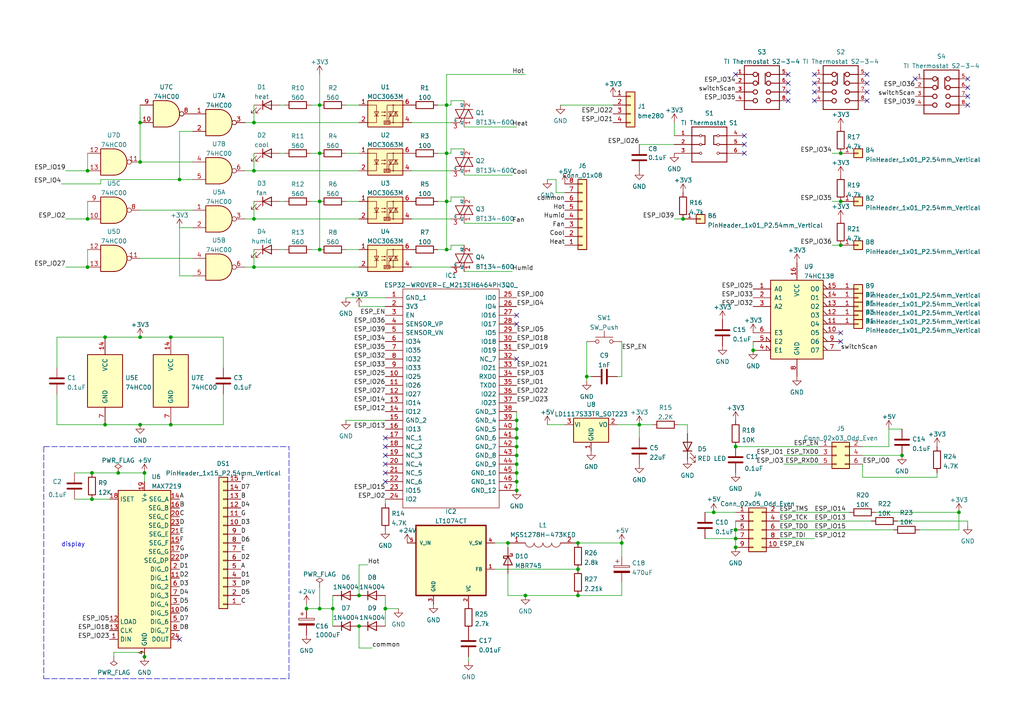
<source format=kicad_sch>
(kicad_sch (version 20211123) (generator eeschema)
  (paper "A4")
  (junction (at 149.86 137.16))
  (junction (at 185.42 123.19))
  (junction (at 213.36 153.67))
  (junction (at 243.84 44.45))
  (junction (at 40.64 97.79))
  (junction (at 26.67 144.78))
  (junction (at 41.91 190.5))
  (junction (at 149.86 134.62))
  (junction (at 167.64 157.48))
  (junction (at 149.86 129.54))
  (junction (at 34.29 137.16))
  (junction (at 149.86 132.08))
  (junction (at 243.84 71.12))
  (junction (at 52.07 52.07))
  (junction (at 198.12 63.5))
  (junction (at 129.54 44.45))
  (junction (at 92.71 30.48))
  (junction (at 49.53 123.19))
  (junction (at 180.34 157.48))
  (junction (at 49.53 97.79))
  (junction (at 149.86 124.46))
  (junction (at 149.86 121.92))
  (junction (at 129.54 30.48))
  (junction (at 25.4 49.53))
  (junction (at 170.18 109.22))
  (junction (at 92.71 176.53))
  (junction (at 73.66 63.5))
  (junction (at 26.67 137.16))
  (junction (at 25.4 63.5))
  (junction (at 104.14 181.61))
  (junction (at 73.66 35.56))
  (junction (at 73.66 77.47))
  (junction (at 149.86 139.7))
  (junction (at 104.14 172.72))
  (junction (at 40.64 123.19))
  (junction (at 30.48 123.19))
  (junction (at 243.84 58.42))
  (junction (at 213.36 156.21))
  (junction (at 40.64 46.99))
  (junction (at 92.71 58.42))
  (junction (at 73.66 49.53))
  (junction (at 92.71 72.39))
  (junction (at 88.9 176.53))
  (junction (at 92.71 44.45))
  (junction (at 30.48 97.79))
  (junction (at 278.13 148.59))
  (junction (at 167.64 165.1))
  (junction (at 218.44 101.6))
  (junction (at 261.62 132.08))
  (junction (at 149.86 142.24))
  (junction (at 96.52 176.53))
  (junction (at 111.76 176.53))
  (junction (at 207.01 148.59))
  (junction (at 213.36 129.54))
  (junction (at 213.36 158.75))
  (junction (at 152.4 172.72))
  (junction (at 167.64 172.72))
  (junction (at 147.32 157.48))
  (junction (at 41.91 137.16))
  (junction (at 129.54 72.39))
  (junction (at 40.64 35.56))
  (junction (at 25.4 77.47))
  (junction (at 149.86 127))
  (junction (at 129.54 58.42))
  (no_connect (at 243.84 99.06))
  (no_connect (at 52.07 185.42))
  (no_connect (at 111.76 134.62))
  (no_connect (at 149.86 91.44))
  (no_connect (at 149.86 93.98))
  (no_connect (at 243.84 96.52))
  (no_connect (at 111.76 137.16))
  (no_connect (at 280.67 27.94))
  (no_connect (at 280.67 30.48))
  (no_connect (at 111.76 129.54))
  (no_connect (at 215.9 39.37))
  (no_connect (at 215.9 41.91))
  (no_connect (at 215.9 44.45))
  (no_connect (at 265.43 22.86))
  (no_connect (at 280.67 22.86))
  (no_connect (at 280.67 25.4))
  (no_connect (at 236.22 29.21))
  (no_connect (at 228.6 29.21))
  (no_connect (at 251.46 24.13))
  (no_connect (at 251.46 26.67))
  (no_connect (at 251.46 29.21))
  (no_connect (at 251.46 21.59))
  (no_connect (at 236.22 21.59))
  (no_connect (at 236.22 26.67))
  (no_connect (at 236.22 24.13))
  (no_connect (at 228.6 24.13))
  (no_connect (at 228.6 21.59))
  (no_connect (at 228.6 26.67))
  (no_connect (at 213.36 21.59))
  (no_connect (at 111.76 127))
  (no_connect (at 111.76 132.08))
  (no_connect (at 111.76 139.7))
  (no_connect (at 149.86 104.14))
  (polyline (pts (xy 12.7 129.54) (xy 12.7 196.85)))
  (wire (pts (xy 161.29 55.88) (xy 161.29 52.07)))
  (wire (pts (xy 158.75 123.19) (xy 163.83 123.19)))
  (wire (pts (xy 92.71 58.42) (xy 92.71 72.39)))
  (wire (pts (xy 16.51 106.68) (xy 16.51 97.79)))
  (wire (pts (xy 227.33 132.08) (xy 237.49 132.08)))
  (wire (pts (xy 40.64 30.48) (xy 40.64 35.56)))
  (wire (pts (xy 170.18 109.22) (xy 170.18 110.49)))
  (wire (pts (xy 52.07 80.01) (xy 55.88 80.01)))
  (wire (pts (xy 40.64 123.19) (xy 49.53 123.19)))
  (wire (pts (xy 104.14 181.61) (xy 104.14 187.96)))
  (wire (pts (xy 257.81 124.46) (xy 261.62 124.46)))
  (wire (pts (xy 167.64 157.48) (xy 180.34 157.48)))
  (wire (pts (xy 213.36 153.67) (xy 213.36 156.21)))
  (wire (pts (xy 100.33 44.45) (xy 104.14 44.45)))
  (wire (pts (xy 130.81 44.45) (xy 130.81 43.18)))
  (wire (pts (xy 207.01 148.59) (xy 213.36 148.59)))
  (wire (pts (xy 73.66 77.47) (xy 104.14 77.47)))
  (wire (pts (xy 104.14 163.83) (xy 106.68 163.83)))
  (wire (pts (xy 129.54 30.48) (xy 129.54 21.59)))
  (wire (pts (xy 25.4 58.42) (xy 25.4 63.5)))
  (wire (pts (xy 149.86 137.16) (xy 149.86 139.7)))
  (wire (pts (xy 40.64 97.79) (xy 49.53 97.79)))
  (wire (pts (xy 92.71 44.45) (xy 92.71 58.42)))
  (wire (pts (xy 19.05 77.47) (xy 25.4 77.47)))
  (wire (pts (xy 100.33 86.36) (xy 111.76 86.36)))
  (wire (pts (xy 81.28 72.39) (xy 82.55 72.39)))
  (wire (pts (xy 179.07 109.22) (xy 180.34 109.22)))
  (wire (pts (xy 52.07 66.04) (xy 52.07 80.01)))
  (wire (pts (xy 41.91 189.23) (xy 33.02 189.23)))
  (wire (pts (xy 226.06 153.67) (xy 259.08 153.67)))
  (wire (pts (xy 40.64 35.56) (xy 40.64 46.99)))
  (wire (pts (xy 73.66 30.48) (xy 73.66 35.56)))
  (wire (pts (xy 104.14 187.96) (xy 107.95 187.96)))
  (wire (pts (xy 130.81 71.12) (xy 134.62 71.12)))
  (wire (pts (xy 185.42 123.19) (xy 185.42 127)))
  (wire (pts (xy 73.66 35.56) (xy 104.14 35.56)))
  (wire (pts (xy 134.62 36.83) (xy 149.86 36.83)))
  (wire (pts (xy 64.77 114.3) (xy 64.77 123.19)))
  (wire (pts (xy 260.35 151.13) (xy 280.67 151.13)))
  (wire (pts (xy 185.42 41.91) (xy 195.58 41.91)))
  (wire (pts (xy 19.05 63.5) (xy 25.4 63.5)))
  (wire (pts (xy 96.52 172.72) (xy 96.52 176.53)))
  (wire (pts (xy 104.14 172.72) (xy 104.14 163.83)))
  (wire (pts (xy 71.12 49.53) (xy 73.66 49.53)))
  (wire (pts (xy 92.71 170.18) (xy 92.71 176.53)))
  (wire (pts (xy 119.38 49.53) (xy 130.81 49.53)))
  (wire (pts (xy 271.78 138.43) (xy 271.78 137.16)))
  (wire (pts (xy 104.14 88.9) (xy 111.76 88.9)))
  (wire (pts (xy 127 44.45) (xy 129.54 44.45)))
  (wire (pts (xy 149.86 127) (xy 149.86 129.54)))
  (wire (pts (xy 204.47 148.59) (xy 207.01 148.59)))
  (wire (pts (xy 180.34 99.06) (xy 180.34 109.22)))
  (wire (pts (xy 129.54 44.45) (xy 129.54 58.42)))
  (wire (pts (xy 204.47 156.21) (xy 213.36 156.21)))
  (wire (pts (xy 227.33 134.62) (xy 237.49 134.62)))
  (wire (pts (xy 241.3 44.45) (xy 243.84 44.45)))
  (wire (pts (xy 30.48 123.19) (xy 16.51 123.19)))
  (wire (pts (xy 226.06 156.21) (xy 236.22 156.21)))
  (wire (pts (xy 34.29 137.16) (xy 26.67 137.16)))
  (wire (pts (xy 129.54 58.42) (xy 129.54 72.39)))
  (wire (pts (xy 119.38 63.5) (xy 130.81 63.5)))
  (wire (pts (xy 41.91 189.23) (xy 41.91 190.5)))
  (wire (pts (xy 71.12 35.56) (xy 73.66 35.56)))
  (wire (pts (xy 129.54 58.42) (xy 130.81 58.42)))
  (wire (pts (xy 52.07 52.07) (xy 55.88 52.07)))
  (wire (pts (xy 134.62 64.77) (xy 148.59 64.77)))
  (wire (pts (xy 88.9 176.53) (xy 92.71 176.53)))
  (wire (pts (xy 134.62 78.74) (xy 148.59 78.74)))
  (wire (pts (xy 30.48 97.79) (xy 40.64 97.79)))
  (wire (pts (xy 149.86 124.46) (xy 149.86 127)))
  (wire (pts (xy 266.7 153.67) (xy 278.13 153.67)))
  (wire (pts (xy 129.54 21.59) (xy 152.4 21.59)))
  (wire (pts (xy 73.66 49.53) (xy 104.14 49.53)))
  (wire (pts (xy 147.32 157.48) (xy 147.32 158.75)))
  (wire (pts (xy 143.51 165.1) (xy 167.64 165.1)))
  (wire (pts (xy 195.58 63.5) (xy 198.12 63.5)))
  (wire (pts (xy 81.28 44.45) (xy 82.55 44.45)))
  (wire (pts (xy 180.34 157.48) (xy 180.34 161.29)))
  (polyline (pts (xy 83.82 196.85) (xy 83.82 129.54)))
  (wire (pts (xy 149.86 129.54) (xy 149.86 132.08)))
  (wire (pts (xy 55.88 38.1) (xy 52.07 38.1)))
  (wire (pts (xy 130.81 29.21) (xy 134.62 29.21)))
  (wire (pts (xy 226.06 151.13) (xy 252.73 151.13)))
  (polyline (pts (xy 12.7 129.54) (xy 83.82 129.54)))
  (wire (pts (xy 100.33 58.42) (xy 104.14 58.42)))
  (wire (pts (xy 250.19 134.62) (xy 250.19 138.43)))
  (wire (pts (xy 129.54 72.39) (xy 130.81 72.39)))
  (wire (pts (xy 143.51 157.48) (xy 147.32 157.48)))
  (wire (pts (xy 149.86 132.08) (xy 149.86 134.62)))
  (wire (pts (xy 129.54 30.48) (xy 129.54 44.45)))
  (wire (pts (xy 130.81 58.42) (xy 130.81 57.15)))
  (wire (pts (xy 213.36 156.21) (xy 213.36 158.75)))
  (wire (pts (xy 111.76 172.72) (xy 111.76 176.53)))
  (wire (pts (xy 241.3 58.42) (xy 243.84 58.42)))
  (wire (pts (xy 195.58 35.56) (xy 195.58 39.37)))
  (wire (pts (xy 25.4 44.45) (xy 25.4 49.53)))
  (wire (pts (xy 147.32 166.37) (xy 147.32 172.72)))
  (wire (pts (xy 71.12 63.5) (xy 73.66 63.5)))
  (wire (pts (xy 135.89 190.5) (xy 135.89 191.77)))
  (wire (pts (xy 29.21 53.34) (xy 29.21 52.07)))
  (wire (pts (xy 149.86 121.92) (xy 149.86 124.46)))
  (wire (pts (xy 199.39 123.19) (xy 196.85 123.19)))
  (wire (pts (xy 127 30.48) (xy 129.54 30.48)))
  (wire (pts (xy 90.17 58.42) (xy 92.71 58.42)))
  (wire (pts (xy 189.23 123.19) (xy 185.42 123.19)))
  (wire (pts (xy 127 58.42) (xy 129.54 58.42)))
  (wire (pts (xy 127 72.39) (xy 129.54 72.39)))
  (wire (pts (xy 30.48 123.19) (xy 40.64 123.19)))
  (wire (pts (xy 49.53 97.79) (xy 64.77 97.79)))
  (wire (pts (xy 16.51 123.19) (xy 16.51 114.3)))
  (wire (pts (xy 73.66 72.39) (xy 73.66 77.47)))
  (wire (pts (xy 73.66 58.42) (xy 73.66 63.5)))
  (wire (pts (xy 81.28 58.42) (xy 82.55 58.42)))
  (wire (pts (xy 129.54 30.48) (xy 130.81 30.48)))
  (wire (pts (xy 100.33 30.48) (xy 104.14 30.48)))
  (wire (pts (xy 278.13 148.59) (xy 278.13 153.67)))
  (wire (pts (xy 129.54 44.45) (xy 130.81 44.45)))
  (polyline (pts (xy 12.7 196.85) (xy 83.82 196.85)))
  (wire (pts (xy 55.88 46.99) (xy 40.64 46.99)))
  (wire (pts (xy 170.18 99.06) (xy 170.18 109.22)))
  (wire (pts (xy 254 148.59) (xy 278.13 148.59)))
  (wire (pts (xy 16.51 97.79) (xy 30.48 97.79)))
  (wire (pts (xy 119.38 77.47) (xy 130.81 77.47)))
  (wire (pts (xy 199.39 125.73) (xy 199.39 123.19)))
  (wire (pts (xy 161.29 55.88) (xy 163.83 55.88)))
  (wire (pts (xy 213.36 151.13) (xy 213.36 153.67)))
  (wire (pts (xy 90.17 30.48) (xy 92.71 30.48)))
  (wire (pts (xy 226.06 148.59) (xy 246.38 148.59)))
  (wire (pts (xy 81.28 30.48) (xy 82.55 30.48)))
  (wire (pts (xy 100.33 72.39) (xy 104.14 72.39)))
  (wire (pts (xy 130.81 30.48) (xy 130.81 29.21)))
  (wire (pts (xy 73.66 63.5) (xy 104.14 63.5)))
  (wire (pts (xy 257.81 129.54) (xy 257.81 124.46)))
  (wire (pts (xy 100.33 121.92) (xy 111.76 121.92)))
  (wire (pts (xy 218.44 99.06) (xy 218.44 101.6)))
  (wire (pts (xy 111.76 144.78) (xy 111.76 146.05)))
  (wire (pts (xy 52.07 38.1) (xy 52.07 52.07)))
  (wire (pts (xy 21.59 137.16) (xy 26.67 137.16)))
  (wire (pts (xy 19.05 49.53) (xy 25.4 49.53)))
  (wire (pts (xy 130.81 72.39) (xy 130.81 71.12)))
  (wire (pts (xy 64.77 123.19) (xy 49.53 123.19)))
  (wire (pts (xy 179.07 123.19) (xy 185.42 123.19)))
  (wire (pts (xy 64.77 97.79) (xy 64.77 106.68)))
  (wire (pts (xy 180.34 172.72) (xy 167.64 172.72)))
  (wire (pts (xy 41.91 139.7) (xy 41.91 137.16)))
  (wire (pts (xy 92.71 21.59) (xy 92.71 30.48)))
  (wire (pts (xy 134.62 50.8) (xy 148.59 50.8)))
  (wire (pts (xy 147.32 172.72) (xy 152.4 172.72)))
  (wire (pts (xy 26.67 144.78) (xy 31.75 144.78)))
  (wire (pts (xy 162.56 30.48) (xy 177.8 30.48)))
  (wire (pts (xy 17.78 53.34) (xy 29.21 53.34)))
  (wire (pts (xy 130.81 43.18) (xy 134.62 43.18)))
  (wire (pts (xy 21.59 144.78) (xy 26.67 144.78)))
  (wire (pts (xy 149.86 134.62) (xy 149.86 137.16)))
  (wire (pts (xy 40.64 60.96) (xy 55.88 60.96)))
  (wire (pts (xy 111.76 176.53) (xy 111.76 181.61)))
  (wire (pts (xy 88.9 175.26) (xy 88.9 176.53)))
  (wire (pts (xy 111.76 176.53) (xy 115.57 176.53)))
  (wire (pts (xy 71.12 77.47) (xy 73.66 77.47)))
  (wire (pts (xy 250.19 132.08) (xy 261.62 132.08)))
  (wire (pts (xy 52.07 66.04) (xy 55.88 66.04)))
  (wire (pts (xy 152.4 172.72) (xy 167.64 172.72)))
  (wire (pts (xy 250.19 138.43) (xy 271.78 138.43)))
  (wire (pts (xy 149.86 139.7) (xy 149.86 142.24)))
  (wire (pts (xy 92.71 30.48) (xy 92.71 44.45)))
  (wire (pts (xy 25.4 72.39) (xy 25.4 77.47)))
  (wire (pts (xy 73.66 44.45) (xy 73.66 49.53)))
  (wire (pts (xy 241.3 71.12) (xy 243.84 71.12)))
  (wire (pts (xy 149.86 119.38) (xy 149.86 121.92)))
  (wire (pts (xy 180.34 168.91) (xy 180.34 172.72)))
  (wire (pts (xy 280.67 151.13) (xy 280.67 152.4)))
  (wire (pts (xy 170.18 109.22) (xy 171.45 109.22)))
  (wire (pts (xy 119.38 35.56) (xy 130.81 35.56)))
  (wire (pts (xy 33.02 189.23) (xy 33.02 190.5)))
  (wire (pts (xy 90.17 44.45) (xy 92.71 44.45)))
  (wire (pts (xy 92.71 176.53) (xy 96.52 176.53)))
  (wire (pts (xy 40.64 74.93) (xy 55.88 74.93)))
  (wire (pts (xy 250.19 129.54) (xy 257.81 129.54)))
  (wire (pts (xy 29.21 52.07) (xy 52.07 52.07)))
  (wire (pts (xy 161.29 52.07) (xy 158.75 52.07)))
  (wire (pts (xy 213.36 129.54) (xy 237.49 129.54)))
  (wire (pts (xy 90.17 72.39) (xy 92.71 72.39)))
  (wire (pts (xy 96.52 176.53) (xy 96.52 181.61)))
  (wire (pts (xy 130.81 57.15) (xy 134.62 57.15)))
  (wire (pts (xy 41.91 137.16) (xy 34.29 137.16)))
  (text "display" (at 17.78 158.75 0) (effects (font (size 1.27 1.27)) (justify left bottom)))
  (label "D6" (at 52.07 177.8 0))
  (label "D5" (at 52.07 175.26 0))
  (label "ESP_IO21" (at 177.8 35.56 180))
  (label "ESP_IO25" (at 218.44 83.82 180))
  (label "Heat" (at 148.59 36.83 0))
  (label "A" (at 69.85 165.1 0))
  (label "ESP_IO3" (at 149.86 109.22 0))
  (label "D1" (at 69.85 167.64 0))
  (label "ESP_IO15" (at 111.76 142.24 180))
  (label "G" (at 69.85 149.86 0))
  (label "ESP_IO14" (at 236.22 148.59 0))
  (label "ESP_IO5" (at 31.75 180.34 180))
  (label "ESP_TMS" (at 226.06 148.59 0))
  (label "D2" (at 69.85 162.56 0))
  (label "F" (at 69.85 139.7 0))
  (label "Cool" (at 148.59 50.8 0))
  (label "Fan" (at 148.59 64.77 0))
  (label "ESP_IO39" (at 195.58 63.5 180))
  (label "D2" (at 52.07 167.64 0))
  (label "ESP_EN" (at 237.49 129.54 180))
  (label "ESP_TDI" (at 226.06 156.21 0))
  (label "D1" (at 52.07 165.1 0))
  (label "ESP_IO1" (at 227.33 132.08 180))
  (label "ESP_IO19" (at 149.86 101.6 0))
  (label "ESP_IO13" (at 111.76 124.46 180))
  (label "D7" (at 52.07 180.34 0))
  (label "ESP_IO23" (at 31.75 185.42 180))
  (label "ESP_EN" (at 180.34 101.6 0))
  (label "ESP_IO36" (at 241.3 71.12 180))
  (label "ESP_IO39" (at 265.43 30.48 180))
  (label "ESP_IO3" (at 227.33 134.62 180))
  (label "switchScan" (at 213.36 26.67 180))
  (label "D" (at 52.07 152.4 0))
  (label "ESP_TCK" (at 226.06 151.13 0))
  (label "ESP_RXD0" (at 237.49 134.62 180))
  (label "ESP_IO25" (at 111.76 109.22 180))
  (label "ESP_IO0" (at 250.19 134.62 0))
  (label "common" (at 163.83 58.42 180))
  (label "B" (at 69.85 144.78 0))
  (label "E" (at 69.85 160.02 0))
  (label "Hot" (at 163.83 60.96 180))
  (label "ESP_IO4" (at 149.86 88.9 0))
  (label "ESP_IO36" (at 265.43 25.4 180))
  (label "C" (at 69.85 175.26 0))
  (label "ESP_IO35" (at 241.3 58.42 180))
  (label "D8" (at 52.07 182.88 0))
  (label "D4" (at 52.07 172.72 0))
  (label "ESP_IO1" (at 149.86 111.76 0))
  (label "ESP_IO18" (at 31.75 182.88 180))
  (label "ESP_IO32" (at 111.76 104.14 180))
  (label "ESP_IO4" (at 17.78 53.34 180))
  (label "Cool" (at 163.83 68.58 180))
  (label "DP" (at 69.85 170.18 0))
  (label "ESP_IO2" (at 19.05 63.5 180))
  (label "D6" (at 69.85 157.48 0))
  (label "D4" (at 69.85 147.32 0))
  (label "G" (at 52.07 160.02 0))
  (label "ESP_IO19" (at 19.05 49.53 180))
  (label "switchScan" (at 243.84 101.6 0))
  (label "D3" (at 69.85 152.4 0))
  (label "ESP_IO22" (at 149.86 114.3 0))
  (label "ESP_IO35" (at 111.76 101.6 180))
  (label "F" (at 52.07 157.48 0))
  (label "ESP_IO39" (at 111.76 96.52 180))
  (label "E" (at 52.07 154.94 0))
  (label "ESP_IO36" (at 111.76 93.98 180))
  (label "ESP_IO23" (at 149.86 116.84 0))
  (label "ESP_IO27" (at 111.76 114.3 180))
  (label "ESP_IO18" (at 149.86 99.06 0))
  (label "Hot" (at 106.68 163.83 0))
  (label "ESP_IO12" (at 111.76 119.38 180))
  (label "ESP_IO2" (at 111.76 144.78 180))
  (label "ESP_IO12" (at 236.22 156.21 0))
  (label "Hot" (at 148.59 21.59 0))
  (label "ESP_IO15" (at 236.22 153.67 0))
  (label "B" (at 52.07 147.32 0))
  (label "ESP_IO34" (at 111.76 99.06 180))
  (label "ESP_TDO" (at 226.06 153.67 0))
  (label "ESP_IO26" (at 185.42 41.91 180))
  (label "common" (at 107.95 187.96 0))
  (label "D5" (at 69.85 172.72 0))
  (label "ESP_IO5" (at 149.86 96.52 0))
  (label "ESP_IO0" (at 149.86 86.36 0))
  (label "ESP_IO14" (at 111.76 116.84 180))
  (label "Heat" (at 163.83 71.12 180))
  (label "switchScan" (at 265.43 27.94 180))
  (label "ESP_IO33" (at 218.44 86.36 180))
  (label "ESP_IO34" (at 241.3 44.45 180))
  (label "ESP_IO21" (at 149.86 106.68 0))
  (label "ESP_TXD0" (at 237.49 132.08 180))
  (label "A" (at 52.07 144.78 0))
  (label "DP" (at 52.07 162.56 0))
  (label "ESP_IO13" (at 236.22 151.13 0))
  (label "D7" (at 69.85 142.24 0))
  (label "ESP_IO35" (at 213.36 29.21 180))
  (label "ESP_IO33" (at 111.76 106.68 180))
  (label "ESP_IO34" (at 213.36 24.13 180))
  (label "Humid" (at 163.83 63.5 180))
  (label "ESP_IO26" (at 111.76 111.76 180))
  (label "Humid" (at 148.59 78.74 0))
  (label "ESP_IO27" (at 19.05 77.47 180))
  (label "D3" (at 52.07 170.18 0))
  (label "ESP_EN" (at 226.06 158.75 0))
  (label "C" (at 52.07 149.86 0))
  (label "ESP_IO22" (at 177.8 33.02 180))
  (label "D" (at 69.85 154.94 0))
  (label "ESP_IO32" (at 218.44 88.9 180))
  (label "Fan" (at 163.83 66.04 180))
  (label "ESP_EN" (at 111.76 91.44 180))
  (symbol (lib_id "Switch:SW_Push") (at 175.26 99.06 0) (unit 1)
    (property "Reference" "SW1" (at 175.26 92.1725 0))
    (property "Value" "SW_Push" (at 175.26 94.9476 0))
    (property "Footprint" "Button_Switch_THT:SW_Tactile_SPST_Angled_PTS645Vx39-2LFS" (effects hide))
  )
  (symbol (lib_id "Diode:MBR745") (at 147.32 162.56 270) (unit 1)
    (property "Reference" "D10" (at 149.352 161.334 90) (effects (justify left)))
    (property "Value" "MBR745" (at 149.352 164.1091 90) (effects (justify left)))
    (property "Footprint" "Package_TO_SOT_THT:TO-220-2_Horizontal_TabUp" (effects hide))
    (property "Datasheet" "http://www.onsemi.com/pub_link/Collateral/MBR735-D.PDF" (effects hide))
  )
  (symbol (lib_id "power:GND") (at 171.45 130.81 0) (unit 1)
    (property "Reference" "#PWR0103" (effects hide))
    (property "Value" "GND" (at 171.45 135.3725 0))
  )
  (symbol (lib_id "Device:R") (at 243.84 54.61 0) (unit 1)
    (property "Reference" "R19" (at 245.618 53.7015 0) (effects (justify left)))
    (property "Value" "4.7k" (at 245.618 56.4766 0) (effects (justify left)))
    (property "Footprint" "Resistor_SMD:R_0603_1608Metric" (effects hide))
  )
  (symbol (lib_id "power:GND") (at 185.42 134.62 0) (unit 1)
    (property "Reference" "#PWR0102" (effects hide))
    (property "Value" "GND" (at 185.42 139.1825 0))
  )
  (symbol (lib_id "Device:R") (at 243.84 40.64 0) (unit 1)
    (property "Reference" "R17" (at 245.618 39.7315 0) (effects (justify left)))
    (property "Value" "4.7k" (at 245.618 42.5066 0) (effects (justify left)))
    (property "Footprint" "Resistor_SMD:R_0603_1608Metric" (effects hide))
  )
  (symbol (lib_id "power:GND") (at 111.76 153.67 0) (unit 1)
    (property "Reference" "#PWR0110" (effects hide))
    (property "Value" "GND" (at 111.76 158.2325 0))
  )
  (symbol (lib_id "Device:R") (at 86.36 30.48 90) (unit 1)
    (property "Reference" "R10" (at 86.36 25.4975 90))
    (property "Value" "560" (at 86.36 28.2726 90))
    (property "Footprint" "Resistor_SMD:R_0603_1608Metric" (effects hide))
  )
  (symbol (lib_id "Device:C_Polarized") (at 180.34 165.1 0) (unit 1)
    (property "Reference" "C18" (at 183.261 163.3025 0) (effects (justify left)))
    (property "Value" "470uF" (at 183.261 166.0776 0) (effects (justify left)))
    (property "Footprint" "Capacitor_THT:CP_Radial_D7.5mm_P2.50mm" (effects hide))
  )
  (symbol (lib_id "power:+3.3V") (at 243.84 50.8 0) (unit 1)
    (property "Reference" "#PWR0149" (effects hide))
    (property "Value" "+3.3V" (at 243.84 47.1955 0))
  )
  (symbol (lib_id "power:GND") (at 231.14 109.22 0) (unit 1)
    (property "Reference" "#PWR0131" (effects hide))
    (property "Value" "GND" (at 231.14 113.7825 0))
  )
  (symbol (lib_id "74xx:74HC00") (at 63.5 35.56 0) (unit 1)
    (property "Reference" "U7" (at 63.5 27.7835 0))
    (property "Value" "74HC00" (at 63.5 30.5586 0))
    (property "Footprint" "Package_SO:SOIC-14_3.9x8.7mm_P1.27mm" (effects hide))
    (property "Datasheet" "http://www.ti.com/lit/gpn/sn74hc00" (effects hide))
  )
  (symbol (lib_id "Evan's misc parts:Thermostat S1") (at 205.74 41.91 0) (unit 1)
    (property "Reference" "S1" (at 205.74 32.8635 0))
    (property "Value" "TI Thermostat S1" (at 205.74 35.6386 0))
    (property "Footprint" "Evan's misc parts:TI Thermostat S1" (effects hide))
    (property "Comment" "Thermostat S1" (effects hide))
  )
  (symbol (lib_id "power:+3.3V") (at 209.55 92.71 0) (unit 1)
    (property "Reference" "#PWR0137" (effects hide))
    (property "Value" "+3.3V" (at 209.55 89.1055 0))
  )
  (symbol (lib_id "Evan's misc parts:BT134-600") (at 134.62 60.96 0) (unit 1)
    (property "Reference" "Q3" (at 137.8966 60.6357 0) (effects (justify left)))
    (property "Value" "BT134-600" (at 137.8966 63.4108 0) (effects (justify left)))
    (property "Footprint" "Package_TO_SOT_THT:TO-126-3_Horizontal_TabDown" (effects hide))
    (property "Datasheet" "https://www.mouser.com/datasheet/2/302/BT134_SERIES_1-79951.pdf" (effects hide))
  )
  (symbol (lib_id "power:+5V") (at 163.83 53.34 0) (unit 1)
    (property "Reference" "#PWR0109" (effects hide))
    (property "Value" "+5V" (at 163.83 49.7355 0))
  )
  (symbol (lib_id "Device:R") (at 256.54 151.13 90) (unit 1)
    (property "Reference" "R22" (at 256.54 146.1475 90))
    (property "Value" "10K" (at 256.54 148.9226 90))
    (property "Footprint" "Resistor_SMD:R_0603_1608Metric" (effects hide))
  )
  (symbol (lib_id "power:+3.3V") (at 195.58 35.56 0) (unit 1)
    (property "Reference" "#PWR0125" (effects hide))
    (property "Value" "+3.3V" (at 195.58 31.9555 0))
  )
  (symbol (lib_id "power:+3.3V") (at 271.78 129.54 0) (unit 1)
    (property "Reference" "#PWR0121" (effects hide))
    (property "Value" "+3.3V" (at 271.78 125.9355 0))
  )
  (symbol (lib_id "power:GND") (at 162.56 30.48 0) (unit 1)
    (property "Reference" "#PWR0118" (effects hide))
    (property "Value" "GND" (at 162.56 35.0425 0))
  )
  (symbol (lib_id "power:GND") (at 41.91 190.5 0) (unit 1)
    (property "Reference" "#PWR0101" (effects hide))
    (property "Value" "GND" (at 41.91 195.0625 0))
  )
  (symbol (lib_id "Device:R") (at 86.36 72.39 90) (unit 1)
    (property "Reference" "R13" (at 86.36 67.4075 90))
    (property "Value" "560" (at 86.36 70.1826 90))
    (property "Footprint" "Resistor_SMD:R_0603_1608Metric" (effects hide))
  )
  (symbol (lib_id "Device:C") (at 64.77 110.49 0) (unit 1)
    (property "Reference" "C3" (at 67.691 109.5815 0) (effects (justify left)))
    (property "Value" "0.1uF" (at 67.691 112.3566 0) (effects (justify left)))
    (property "Footprint" "Capacitor_SMD:C_0603_1608Metric" (effects hide))
  )
  (symbol (lib_id "Relay_SolidState:MOC3063M") (at 111.76 46.99 0) (unit 1)
    (property "Reference" "U2" (at 111.76 39.2135 0))
    (property "Value" "MOC3063M" (at 111.76 41.9886 0))
    (property "Footprint" "Package_DIP:DIP-6_W7.62mm" (effects hide))
    (property "Datasheet" "https://www.onsemi.com/pub/Collateral/MOC3163M-D.pdf" (effects hide))
  )
  (symbol (lib_id "Device:C") (at 16.51 110.49 0) (unit 1)
    (property "Reference" "C1" (at 19.431 109.5815 0) (effects (justify left)))
    (property "Value" "0.1uF" (at 19.431 112.3566 0) (effects (justify left)))
    (property "Footprint" "Capacitor_SMD:C_0603_1608Metric" (effects hide))
  )
  (symbol (lib_id "Device:C") (at 21.59 140.97 0) (unit 1)
    (property "Reference" "C2" (at 15.24 139.7 0) (effects (justify left)))
    (property "Value" "0.1uF" (at 13.97 143.51 0) (effects (justify left)))
    (property "Footprint" "Capacitor_SMD:C_0603_1608Metric" (effects hide))
  )
  (symbol (lib_id "74xx:74HC00") (at 33.02 46.99 0) (unit 4)
    (property "Reference" "U7" (at 33.02 39.2135 0))
    (property "Value" "74HC00" (at 33.02 41.9886 0))
    (property "Footprint" "Package_SO:SOIC-14_3.9x8.7mm_P1.27mm" (effects hide))
    (property "Datasheet" "http://www.ti.com/lit/gpn/sn74hc00" (effects hide))
  )
  (symbol (lib_id "power:GND") (at 209.55 100.33 0) (unit 1)
    (property "Reference" "#PWR0138" (effects hide))
    (property "Value" "GND" (at 209.55 104.8925 0))
  )
  (symbol (lib_id "74xx:74HC00") (at 63.5 77.47 0) (unit 2)
    (property "Reference" "U5" (at 63.5 69.6935 0))
    (property "Value" "74HC00" (at 63.5 72.4686 0))
    (property "Footprint" "Package_SO:SOIC-14_3.9x8.7mm_P1.27mm" (effects hide))
    (property "Datasheet" "http://www.ti.com/lit/gpn/sn74hc00" (effects hide))
  )
  (symbol (lib_id "Connector_Generic:Conn_01x01") (at 203.2 63.5 0) (unit 1)
    (property "Reference" "B6" (at 205.232 62.5915 0) (effects (justify left)))
    (property "Value" "PinHeader_1x01_P2.54mm_Vertical" (at 205.232 65.3666 0) (effects (justify left)))
    (property "Footprint" "Connector_PinHeader_2.54mm:PinHeader_1x01_P2.54mm_Vertical" (effects hide))
  )
  (symbol (lib_id "power:+3.3V") (at 92.71 21.59 0) (unit 1)
    (property "Reference" "#PWR0136" (effects hide))
    (property "Value" "+3.3V" (at 92.71 17.9855 0))
  )
  (symbol (lib_id "power:+3.3V") (at 213.36 121.92 0) (unit 1)
    (property "Reference" "#PWR0108" (effects hide))
    (property "Value" "+3.3V" (at 213.36 118.3155 0))
  )
  (symbol (lib_id "Device:R") (at 111.76 149.86 180) (unit 1)
    (property "Reference" "R14" (at 113.538 148.9515 0) (effects (justify right)))
    (property "Value" "4.7K" (at 113.538 151.7266 0) (effects (justify right)))
    (property "Footprint" "Resistor_SMD:R_0603_1608Metric" (effects hide))
  )
  (symbol (lib_id "74xx:74HC00") (at 30.48 110.49 0) (unit 5)
    (property "Reference" "U5" (at 36.322 109.5815 0) (effects (justify left)))
    (property "Value" "74HC00" (at 36.322 112.3566 0) (effects (justify left)))
    (property "Footprint" "Package_SO:SOIC-14_3.9x8.7mm_P1.27mm" (effects hide))
    (property "Datasheet" "http://www.ti.com/lit/gpn/sn74hc00" (effects hide))
  )
  (symbol (lib_id "mouser:MSS1278H-473KED") (at 147.32 157.48 0) (unit 1)
    (property "Reference" "L1" (at 157.48 152.3441 0))
    (property "Value" "MSS1278H-473KED" (at 157.48 155.1192 0))
    (property "Footprint" "Evan's misc parts:INDPM120120X805N" (effects hide))
    (property "Datasheet" "https://www.coilcraft.com/getmedia/72ffd561-3941-457d-b0e7-bb55b1b2d1a7/MSS1278H.pdf" (effects hide))
    (property "Description" "Fixed Inductors 47uH Shld 3.2A 10% DCR=57mOhms AEC-Q200" (effects hide))
    (property "Height" "8.05" (effects hide))
    (property "Mouser Part Number" "994-MSS1278H-473KED" (effects hide))
    (property "Mouser Price/Stock" "https://www.mouser.co.uk/ProductDetail/Coilcraft/MSS1278H-473KED?qs=KUoIvG%2F9IlZWGwb55pbQsQ%3D%3D" (effects hide))
    (property "Manufacturer_Name" "COILCRAFT" (effects hide))
    (property "Manufacturer_Part_Number" "MSS1278H-473KED" (effects hide))
  )
  (symbol (lib_id "power:PWR_FLAG") (at 34.29 137.16 0) (unit 1)
    (property "Reference" "#FLG0102" (effects hide))
    (property "Value" "PWR_FLAG" (at 34.29 133.5555 0))
  )
  (symbol (lib_id "Device:C") (at 261.62 128.27 0) (unit 1)
    (property "Reference" "C14" (at 264.541 127.3615 0) (effects (justify left)))
    (property "Value" "0.1uF" (at 264.541 130.1366 0) (effects (justify left)))
    (property "Footprint" "Capacitor_SMD:C_0603_1608Metric" (effects hide))
  )
  (symbol (lib_id "Device:R") (at 271.78 133.35 0) (unit 1)
    (property "Reference" "R24" (at 273.558 132.4415 0) (effects (justify left)))
    (property "Value" "4.7K" (at 273.558 135.2166 0) (effects (justify left)))
    (property "Footprint" "Resistor_SMD:R_0603_1608Metric" (effects hide))
  )
  (symbol (lib_id "power:+3.3V") (at 278.13 148.59 0) (unit 1)
    (property "Reference" "#PWR0122" (effects hide))
    (property "Value" "+3.3V" (at 278.13 144.9855 0))
  )
  (symbol (lib_id "Connector_Generic:Conn_01x04") (at 182.88 30.48 0) (unit 1)
    (property "Reference" "J1" (at 184.912 30.8415 0) (effects (justify left)))
    (property "Value" "bme280" (at 184.912 33.6166 0) (effects (justify left)))
    (property "Footprint" "Connector_PinHeader_2.54mm:PinHeader_1x04_P2.54mm_Vertical" (effects hide))
  )
  (symbol (lib_id "Device:R") (at 123.19 30.48 90) (unit 1)
    (property "Reference" "R1" (at 123.19 25.4975 90))
    (property "Value" "100" (at 123.19 28.2726 90))
    (property "Footprint" "Resistor_SMD:R_0603_1608Metric" (effects hide))
  )
  (symbol (lib_id "power:+3.3V") (at 52.07 66.04 0) (unit 1)
    (property "Reference" "#PWR0151" (effects hide))
    (property "Value" "+3.3V" (at 52.07 62.4355 0))
  )
  (symbol (lib_id "Device:R") (at 96.52 30.48 90) (unit 1)
    (property "Reference" "R2" (at 96.52 25.4975 90))
    (property "Value" "560" (at 96.52 28.2726 90))
    (property "Footprint" "Resistor_SMD:R_0603_1608Metric" (effects hide))
  )
  (symbol (lib_id "power:+24V") (at 118.11 157.48 0) (unit 1)
    (property "Reference" "#PWR0143" (effects hide))
    (property "Value" "+24V" (at 118.11 153.8755 0))
  )
  (symbol (lib_id "Device:R") (at 167.64 168.91 0) (unit 1)
    (property "Reference" "R27" (at 169.418 168.0015 0) (effects (justify left)))
    (property "Value" "2.21k" (at 169.418 170.7766 0) (effects (justify left)))
    (property "Footprint" "Resistor_SMD:R_0603_1608Metric" (effects hide))
  )
  (symbol (lib_id "Diode:1N4004") (at 100.33 172.72 0) (unit 1)
    (property "Reference" "D6" (at 100.33 167.4835 0))
    (property "Value" "1N4004" (at 100.33 170.2586 0))
    (property "Footprint" "Diode_SMD:D_SMA" (effects hide))
    (property "Datasheet" "http://www.vishay.com/docs/88503/1n4001.pdf" (effects hide))
  )
  (symbol (lib_id "power:PWR_FLAG") (at 33.02 190.5 180) (unit 1)
    (property "Reference" "#FLG0101" (effects hide))
    (property "Value" "PWR_FLAG" (at 33.02 195.0625 0))
  )
  (symbol (lib_id "Device:R") (at 198.12 59.69 0) (unit 1)
    (property "Reference" "R16" (at 199.898 58.7815 0) (effects (justify left)))
    (property "Value" "4.7k" (at 199.898 61.5566 0) (effects (justify left)))
    (property "Footprint" "Resistor_SMD:R_0603_1608Metric" (effects hide))
  )
  (symbol (lib_id "Device:C") (at 213.36 133.35 0) (unit 1)
    (property "Reference" "C11" (at 216.281 132.4415 0) (effects (justify left)))
    (property "Value" "0.1uF" (at 215.9 135.89 0) (effects (justify left)))
    (property "Footprint" "Capacitor_SMD:C_0603_1608Metric" (effects hide))
  )
  (symbol (lib_id "Evan's misc parts:Thermostat S2-3-4") (at 273.05 27.94 0) (unit 1)
    (property "Reference" "S4" (at 273.05 16.3535 0))
    (property "Value" "TI Thermostat S2-3-4" (at 273.05 19.1286 0))
    (property "Footprint" "Evan's misc parts:TI Thermostat S2-3-4" (effects hide))
    (property "Comment" "1825163-2" (effects hide))
    (property "EU_RoHS_Compliance" "Compliant" (effects hide))
  )
  (symbol (lib_id "Device:R") (at 96.52 72.39 90) (unit 1)
    (property "Reference" "R8" (at 96.52 67.4075 90))
    (property "Value" "560" (at 96.52 70.1826 90))
    (property "Footprint" "Resistor_SMD:R_0603_1608Metric" (effects hide))
  )
  (symbol (lib_id "Device:LED") (at 199.39 129.54 90) (unit 1)
    (property "Reference" "D5" (at 202.311 130.219 90) (effects (justify right)))
    (property "Value" "RED LED" (at 202.311 132.9941 90) (effects (justify right)))
    (property "Footprint" "LED_SMD:LED_0603_1608Metric" (effects hide))
  )
  (symbol (lib_id "power:+3.3V") (at 243.84 63.5 0) (unit 1)
    (property "Reference" "#PWR0150" (effects hide))
    (property "Value" "+3.3V" (at 243.84 59.8955 0))
  )
  (symbol (lib_id "power:+3.3V") (at 40.64 97.79 0) (unit 1)
    (property "Reference" "#PWR0135" (effects hide))
    (property "Value" "+3.3V" (at 40.64 94.1855 0))
  )
  (symbol (lib_id "Device:R") (at 193.04 123.19 90) (unit 1)
    (property "Reference" "R15" (at 193.04 118.2075 90))
    (property "Value" "2.2K" (at 193.04 120.9826 90))
    (property "Footprint" "Resistor_SMD:R_0603_1608Metric" (effects hide))
  )
  (symbol (lib_id "power:GND") (at 135.89 191.77 0) (unit 1)
    (property "Reference" "#PWR0145" (effects hide))
    (property "Value" "GND" (at 135.89 196.3325 0))
  )
  (symbol (lib_id "Device:R") (at 135.89 179.07 0) (unit 1)
    (property "Reference" "R25" (at 137.668 178.1615 0) (effects (justify left)))
    (property "Value" "2.7k" (at 137.668 180.9366 0) (effects (justify left)))
    (property "Footprint" "Resistor_SMD:R_0603_1608Metric" (effects hide))
  )
  (symbol (lib_id "power:GND") (at 213.36 158.75 0) (unit 1)
    (property "Reference" "#PWR0115" (effects hide))
    (property "Value" "GND" (at 213.36 163.3125 0))
  )
  (symbol (lib_id "power:GND") (at 149.86 142.24 0) (unit 1)
    (property "Reference" "#PWR0111" (effects hide))
    (property "Value" "GND" (at 149.86 146.8025 0))
  )
  (symbol (lib_id "Connector_Generic:Conn_01x01") (at 248.92 91.44 0) (unit 1)
    (property "Reference" "B3" (at 250.952 90.5315 0) (effects (justify left)))
    (property "Value" "PinHeader_1x01_P2.54mm_Vertical" (at 250.952 93.3066 0) (effects (justify left)))
    (property "Footprint" "Connector_PinHeader_2.54mm:PinHeader_1x01_P2.54mm_Vertical" (effects hide))
  )
  (symbol (lib_id "power:GND") (at 125.73 175.26 0) (unit 1)
    (property "Reference" "#PWR0144" (effects hide))
    (property "Value" "GND" (at 125.73 179.8225 0))
  )
  (symbol (lib_id "Evan's misc parts:BT134-600") (at 134.62 33.02 0) (unit 1)
    (property "Reference" "Q1" (at 137.8966 32.6957 0) (effects (justify left)))
    (property "Value" "BT134-600" (at 137.8966 35.4708 0) (effects (justify left)))
    (property "Footprint" "Package_TO_SOT_THT:TO-126-3_Horizontal_TabDown" (effects hide))
    (property "Datasheet" "https://www.mouser.com/datasheet/2/302/BT134_SERIES_1-79951.pdf" (effects hide))
  )
  (symbol (lib_id "Driver_LED:MAX7219") (at 41.91 165.1 0) (unit 1)
    (property "Reference" "U6" (at 43.9294 138.2735 0) (effects (justify left)))
    (property "Value" "MAX7219" (at 43.9294 141.0486 0) (effects (justify left)))
    (property "Footprint" "Package_SO:SOP-24_7.5x15.4mm_P1.27mm" (effects hide))
    (property "Datasheet" "https://datasheets.maximintegrated.com/en/ds/MAX7219-MAX7221.pdf" (effects hide))
  )
  (symbol (lib_id "Connector_Generic:Conn_01x01") (at 248.92 83.82 0) (unit 1)
    (property "Reference" "B9" (at 250.952 82.9115 0) (effects (justify left)))
    (property "Value" "PinHeader_1x01_P2.54mm_Vertical" (at 250.952 85.6866 0) (effects (justify left)))
    (property "Footprint" "Connector_PinHeader_2.54mm:PinHeader_1x01_P2.54mm_Vertical" (effects hide))
  )
  (symbol (lib_id "Device:R") (at 96.52 44.45 90) (unit 1)
    (property "Reference" "R4" (at 96.52 39.4675 90))
    (property "Value" "560" (at 96.52 42.2426 90))
    (property "Footprint" "Resistor_SMD:R_0603_1608Metric" (effects hide))
  )
  (symbol (lib_id "Device:R") (at 213.36 125.73 0) (unit 1)
    (property "Reference" "R18" (at 215.138 124.8215 0) (effects (justify left)))
    (property "Value" "10K" (at 215.138 127.5966 0) (effects (justify left)))
    (property "Footprint" "Resistor_SMD:R_0603_1608Metric" (effects hide))
  )
  (symbol (lib_id "Device:R") (at 86.36 44.45 90) (unit 1)
    (property "Reference" "R11" (at 86.36 39.4675 90))
    (property "Value" "560" (at 86.36 42.2426 90))
    (property "Footprint" "Resistor_SMD:R_0603_1608Metric" (effects hide))
  )
  (symbol (lib_id "power:+3.3V") (at 177.8 27.94 0) (unit 1)
    (property "Reference" "#PWR0117" (effects hide))
    (property "Value" "+3.3V" (at 177.8 24.3355 0))
  )
  (symbol (lib_id "Device:LED") (at 77.47 58.42 0) (unit 1)
    (property "Reference" "D3" (at 75.8825 53.1835 0))
    (property "Value" "fan" (at 75.8825 55.9586 0))
    (property "Footprint" "LED_SMD:LED_0603_1608Metric" (effects hide))
  )
  (symbol (lib_id "Connector_Generic:Conn_02x03_Odd_Even") (at 242.57 132.08 0) (unit 1)
    (property "Reference" "J5" (at 243.84 124.3035 0))
    (property "Value" "Conn_02x03_Odd_Even" (at 243.84 127.0786 0))
    (property "Footprint" "Connector_PinHeader_2.54mm:PinHeader_2x03_P2.54mm_Horizontal" (effects hide))
  )
  (symbol (lib_id "power:GND") (at 218.44 101.6 0) (unit 1)
    (property "Reference" "#PWR0134" (effects hide))
    (property "Value" "GND" (at 218.44 106.1625 0))
  )
  (symbol (lib_id "power:+5V") (at 180.34 157.48 0) (unit 1)
    (property "Reference" "#PWR0146" (effects hide))
    (property "Value" "+5V" (at 180.34 153.8755 0))
  )
  (symbol (lib_id "power:GND") (at 88.9 184.15 0) (unit 1)
    (property "Reference" "#PWR0140" (effects hide))
    (property "Value" "GND" (at 88.9 188.7125 0))
  )
  (symbol (lib_id "power:+3.3V") (at 243.84 36.83 0) (unit 1)
    (property "Reference" "#PWR0148" (effects hide))
    (property "Value" "+3.3V" (at 243.84 33.2255 0))
  )
  (symbol (lib_id "Regulator_Linear:LD1117S33TR_SOT223") (at 171.45 123.19 0) (unit 1)
    (property "Reference" "U8" (at 171.45 117.3185 0))
    (property "Value" "LD1117S33TR_SOT223" (at 171.45 120.0936 0))
    (property "Footprint" "Package_TO_SOT_SMD:SOT-223-3_TabPin2" (effects hide))
    (property "Datasheet" "http://www.st.com/st-web-ui/static/active/en/resource/technical/document/datasheet/CD00000544.pdf" (effects hide))
  )
  (symbol (lib_id "power:+5V") (at 158.75 123.19 0) (unit 1)
    (property "Reference" "#PWR0105" (effects hide))
    (property "Value" "+5V" (at 158.75 119.5855 0))
  )
  (symbol (lib_id "Device:C_Polarized") (at 88.9 180.34 0) (unit 1)
    (property "Reference" "C16" (at 91.44 181.61 0) (effects (justify left)))
    (property "Value" "1000uF" (at 91.44 184.15 0) (effects (justify left)))
    (property "Footprint" "Capacitor_THT:CP_Radial_D7.5mm_P2.50mm" (effects hide))
  )
  (symbol (lib_id "Relay_SolidState:MOC3063M") (at 111.76 33.02 0) (unit 1)
    (property "Reference" "U1" (at 111.76 25.2435 0))
    (property "Value" "MOC3063M" (at 111.76 28.0186 0))
    (property "Footprint" "Package_DIP:DIP-6_W7.62mm" (effects hide))
    (property "Datasheet" "https://www.onsemi.com/pub/Collateral/MOC3163M-D.pdf" (effects hide))
  )
  (symbol (lib_id "Device:R") (at 123.19 58.42 90) (unit 1)
    (property "Reference" "R5" (at 123.19 53.4375 90))
    (property "Value" "100" (at 123.19 56.2126 90))
    (property "Footprint" "Resistor_SMD:R_0603_1608Metric" (effects hide))
  )
  (symbol (lib_id "Device:C") (at 135.89 186.69 0) (unit 1)
    (property "Reference" "C17" (at 138.811 185.7815 0) (effects (justify left)))
    (property "Value" "0.01uF" (at 138.811 188.5566 0) (effects (justify left)))
    (property "Footprint" "Capacitor_SMD:C_0603_1608Metric" (effects hide))
  )
  (symbol (lib_id "Device:R") (at 96.52 58.42 90) (unit 1)
    (property "Reference" "R6" (at 96.52 53.4375 90))
    (property "Value" "560" (at 96.52 56.2126 90))
    (property "Footprint" "Resistor_SMD:R_0603_1608Metric" (effects hide))
  )
  (symbol (lib_id "power:GND") (at 115.57 176.53 0) (unit 1)
    (property "Reference" "#PWR0141" (effects hide))
    (property "Value" "GND" (at 115.57 181.0925 0))
  )
  (symbol (lib_id "Device:R") (at 167.64 161.29 0) (unit 1)
    (property "Reference" "R26" (at 169.418 160.3815 0) (effects (justify left)))
    (property "Value" "2.8k" (at 169.418 163.1566 0) (effects (justify left)))
    (property "Footprint" "Resistor_SMD:R_0603_1608Metric" (effects hide))
  )
  (symbol (lib_id "74xx:74LS138") (at 231.14 91.44 0) (unit 1)
    (property "Reference" "U9" (at 233.1594 77.3135 0) (effects (justify left)))
    (property "Value" "74HC138" (at 233.1594 80.0886 0) (effects (justify left)))
    (property "Footprint" "Package_SO:SOIC-16_3.9x9.9mm_P1.27mm" (effects hide))
    (property "Datasheet" "http://www.ti.com/lit/gpn/sn74LS138" (effects hide))
  )
  (symbol (lib_id "Connector_Generic:Conn_01x01") (at 248.92 58.42 0) (unit 1)
    (property "Reference" "B2" (at 250.952 57.5115 0) (effects (justify left)))
    (property "Value" "PinHeader_1x01_P2.54mm_Vertical" (at 250.952 60.2866 0) (effects (justify left)))
    (property "Footprint" "Connector_PinHeader_2.54mm:PinHeader_1x01_P2.54mm_Vertical" (effects hide))
  )
  (symbol (lib_id "power:GND") (at 195.58 44.45 0) (unit 1)
    (property "Reference" "#PWR0126" (effects hide))
    (property "Value" "GND" (at 195.58 49.0125 0))
  )
  (symbol (lib_id "power:GND") (at 158.75 52.07 0) (unit 1)
    (property "Reference" "#PWR0139" (effects hide))
    (property "Value" "GND" (at 158.75 56.6325 0))
  )
  (symbol (lib_id "Evan's misc parts:BT134-600") (at 134.62 46.99 0) (unit 1)
    (property "Reference" "Q2" (at 137.8966 46.6657 0) (effects (justify left)))
    (property "Value" "BT134-600" (at 137.8966 49.4408 0) (effects (justify left)))
    (property "Footprint" "Package_TO_SOT_THT:TO-126-3_Horizontal_TabDown" (effects hide))
    (property "Datasheet" "https://www.mouser.com/datasheet/2/302/BT134_SERIES_1-79951.pdf" (effects hide))
  )
  (symbol (lib_id "mouser:ESP32-WROVER-E_M213EH6464PH3Q0_") (at 111.76 86.36 0) (unit 1)
    (property "Reference" "IC1" (at 130.81 79.9043 0))
    (property "Value" "ESP32-WROVER-E_M213EH6464PH3Q0_" (at 130.81 82.6794 0))
    (property "Footprint" "Evan's misc parts:ESP32WROVEREM213EH6464PH3Q0" (effects hide))
    (property "Description" "WiFi Modules (802.11) SMD Module ESP32-WROVER-E, ESP32-D0WD-V3, 3.3V 64Mbit PSRAM, 8 MB SPI flash, PCB Antenna" (effects hide))
    (property "Height" "3.45" (effects hide))
    (property "Mouser Part Number" "356-ESP32WRVE26464PC" (effects hide))
    (property "Mouser Price/Stock" "https://www.mouser.co.uk/ProductDetail/Espressif-Systems/ESP32-WROVER-EM213EH6464PH3Q0?qs=vmHwEFxEFR9zVOJutwAM6w%3D%3D" (effects hide))
    (property "Manufacturer_Name" "Espressif Systems" (effects hide))
    (property "Manufacturer_Part_Number" "ESP32-WROVER-E(M213EH6464PH3Q0)" (effects hide))
  )
  (symbol (lib_id "Connector_Generic:Conn_01x15") (at 64.77 157.48 180) (unit 1)
    (property "Reference" "DS1" (at 64.77 134.4635 0))
    (property "Value" "PinHeader_1x15_P2.54mm_Vertical" (at 64.77 137.2386 0))
    (property "Footprint" "Connector_PinHeader_2.54mm:PinHeader_1x15_P2.54mm_Vertical" (effects hide))
  )
  (symbol (lib_id "power:GND") (at 100.33 121.92 0) (unit 1)
    (property "Reference" "#PWR0129" (effects hide))
    (property "Value" "GND" (at 100.33 126.4825 0))
  )
  (symbol (lib_id "Device:C") (at 204.47 152.4 0) (unit 1)
    (property "Reference" "C10" (at 207.391 151.4915 0) (effects (justify left)))
    (property "Value" "0.1uF" (at 207.391 154.2666 0) (effects (justify left)))
    (property "Footprint" "Capacitor_SMD:C_0603_1608Metric" (effects hide))
  )
  (symbol (lib_id "Evan's misc parts:BT134-600") (at 134.62 74.93 0) (unit 1)
    (property "Reference" "Q4" (at 137.8966 74.6057 0) (effects (justify left)))
    (property "Value" "BT134-600" (at 137.8966 77.3808 0) (effects (justify left)))
    (property "Footprint" "Package_TO_SOT_THT:TO-126-3_Horizontal_TabDown" (effects hide))
    (property "Datasheet" "https://www.mouser.com/datasheet/2/302/BT134_SERIES_1-79951.pdf" (effects hide))
  )
  (symbol (lib_id "power:GND") (at 261.62 132.08 0) (unit 1)
    (property "Reference" "#PWR0114" (effects hide))
    (property "Value" "GND" (at 261.62 136.6425 0))
  )
  (symbol (lib_id "power:+3.3V") (at 198.12 55.88 0) (unit 1)
    (property "Reference" "#PWR0124" (effects hide))
    (property "Value" "+3.3V" (at 198.12 52.2755 0))
  )
  (symbol (lib_id "Connector_Generic:Conn_01x01") (at 248.92 71.12 0) (unit 1)
    (property "Reference" "B8" (at 250.952 70.2115 0) (effects (justify left)))
    (property "Value" "PinHeader_1x01_P2.54mm_Vertical" (at 250.952 72.9866 0) (effects (justify left)))
    (property "Footprint" "Connector_PinHeader_2.54mm:PinHeader_1x01_P2.54mm_Vertical" (effects hide))
  )
  (symbol (lib_id "Relay_SolidState:MOC3063M") (at 111.76 60.96 0) (unit 1)
    (property "Reference" "U3" (at 111.76 53.1835 0))
    (property "Value" "MOC3063M" (at 111.76 55.9586 0))
    (property "Footprint" "Package_DIP:DIP-6_W7.62mm" (effects hide))
    (property "Datasheet" "https://www.onsemi.com/pub/Collateral/MOC3163M-D.pdf" (effects hide))
  )
  (symbol (lib_id "power:+3.3V") (at 104.14 88.9 0) (unit 1)
    (property "Reference" "#PWR0104" (effects hide))
    (property "Value" "+3.3V" (at 104.14 85.2955 0))
  )
  (symbol (lib_id "Device:C") (at 185.42 130.81 0) (unit 1)
    (property "Reference" "C5" (at 188.341 129.9015 0) (effects (justify left)))
    (property "Value" "22uF" (at 188.341 132.6766 0) (effects (justify left)))
    (property "Footprint" "Capacitor_THT:CP_Radial_D5.0mm_P2.00mm" (effects hide))
  )
  (symbol (lib_id "Connector_Generic:Conn_01x08") (at 168.91 63.5 0) (mirror x) (unit 1)
    (property "Reference" "J6" (at 168.91 48.1035 0))
    (property "Value" "Conn_01x08" (at 168.91 50.8786 0))
    (property "Footprint" "Connector_Phoenix_MC:PhoenixContact_MC_1,5_8-G-3.81_1x08_P3.81mm_Horizontal" (effects hide))
  )
  (symbol (lib_id "Diode:1N4004") (at 107.95 172.72 0) (unit 1)
    (property "Reference" "D8" (at 107.95 167.4835 0))
    (property "Value" "1N4004" (at 107.95 170.2586 0))
    (property "Footprint" "Diode_SMD:D_SMA" (effects hide))
    (property "Datasheet" "http://www.vishay.com/docs/88503/1n4001.pdf" (effects hide))
  )
  (symbol (lib_id "power:GND") (at 40.64 123.19 0) (unit 1)
    (property "Reference" "#PWR0112" (effects hide))
    (property "Value" "GND" (at 40.64 127.7525 0))
  )
  (symbol (lib_id "74xx:74HC00") (at 48.26 33.02 0) (unit 3)
    (property "Reference" "U7" (at 48.26 25.2435 0))
    (property "Value" "74HC00" (at 48.26 28.0186 0))
    (property "Footprint" "Package_SO:SOIC-14_3.9x8.7mm_P1.27mm" (effects hide))
    (property "Datasheet" "http://www.ti.com/lit/gpn/sn74hc00" (effects hide))
  )
  (symbol (lib_id "power:+3.3V") (at 231.14 76.2 0) (unit 1)
    (property "Reference" "#PWR0132" (effects hide))
    (property "Value" "+3.3V" (at 231.14 72.5955 0))
  )
  (symbol (lib_id "Device:R") (at 123.19 44.45 90) (unit 1)
    (property "Reference" "R3" (at 123.19 39.4675 90))
    (property "Value" "100" (at 123.19 42.2426 90))
    (property "Footprint" "Resistor_SMD:R_0603_1608Metric" (effects hide))
  )
  (symbol (lib_id "74xx:74HC00") (at 63.5 63.5 0) (unit 1)
    (property "Reference" "U5" (at 63.5 55.7235 0))
    (property "Value" "74HC00" (at 63.5 58.4986 0))
    (property "Footprint" "Package_SO:SOIC-14_3.9x8.7mm_P1.27mm" (effects hide))
    (property "Datasheet" "http://www.ti.com/lit/gpn/sn74hc00" (effects hide))
  )
  (symbol (lib_id "Device:C") (at 175.26 109.22 90) (unit 1)
    (property "Reference" "C9" (at 175.26 103.0945 90))
    (property "Value" "1nF" (at 175.26 105.8696 90))
    (property "Footprint" "Capacitor_SMD:C_0603_1608Metric" (effects hide))
  )
  (symbol (lib_id "Device:LED") (at 77.47 72.39 0) (unit 1)
    (property "Reference" "D4" (at 75.8825 67.1535 0))
    (property "Value" "humid" (at 75.8825 69.9286 0))
    (property "Footprint" "LED_SMD:LED_0603_1608Metric" (effects hide))
  )
  (symbol (lib_id "power:+5V") (at 41.91 137.16 0) (unit 1)
    (property "Reference" "#PWR0107" (effects hide))
    (property "Value" "+5V" (at 41.91 133.5555 0))
  )
  (symbol (lib_id "power:PWR_FLAG") (at 92.71 170.18 0) (unit 1)
    (property "Reference" "#FLG0103" (effects hide))
    (property "Value" "PWR_FLAG" (at 92.71 166.5755 0))
  )
  (symbol (lib_id "Connector_Generic:Conn_01x01") (at 248.92 93.98 0) (unit 1)
    (property "Reference" "B1" (at 250.952 93.0715 0) (effects (justify left)))
    (property "Value" "PinHeader_1x01_P2.54mm_Vertical" (at 250.952 95.8466 0) (effects (justify left)))
    (property "Footprint" "Connector_PinHeader_2.54mm:PinHeader_1x01_P2.54mm_Vertical" (effects hide))
  )
  (symbol (lib_id "Device:C") (at 209.55 96.52 0) (unit 1)
    (property "Reference" "C15" (at 212.471 95.6115 0) (effects (justify left)))
    (property "Value" "0.1uF" (at 212.471 98.3866 0) (effects (justify left)))
    (property "Footprint" "Capacitor_SMD:C_0603_1608Metric" (effects hide))
  )
  (symbol (lib_id "power:GND") (at 213.36 137.16 0) (unit 1)
    (property "Reference" "#PWR0116" (effects hide))
    (property "Value" "GND" (at 213.36 141.7225 0))
  )
  (symbol (lib_id "74xx:74HC00") (at 49.53 110.49 0) (unit 5)
    (property "Reference" "U7" (at 55.372 109.5815 0) (effects (justify left)))
    (property "Value" "74HC00" (at 55.372 112.3566 0) (effects (justify left)))
    (property "Footprint" "Package_SO:SOIC-14_3.9x8.7mm_P1.27mm" (effects hide))
    (property "Datasheet" "http://www.ti.com/lit/gpn/sn74hc00" (effects hide))
  )
  (symbol (lib_id "Device:LED") (at 77.47 30.48 0) (unit 1)
    (property "Reference" "D1" (at 75.8825 25.2435 0))
    (property "Value" "heat" (at 75.8825 28.0186 0))
    (property "Footprint" "LED_SMD:LED_0603_1608Metric" (effects hide))
  )
  (symbol (lib_id "Connector_Generic:Conn_02x05_Odd_Even") (at 218.44 153.67 0) (unit 1)
    (property "Reference" "J4" (at 219.71 143.3535 0))
    (property "Value" "Conn_02x05_Odd_Even" (at 219.71 146.1286 0))
    (property "Footprint" "Connector_PinHeader_2.54mm:PinHeader_2x05_P2.54mm_Horizontal" (effects hide))
  )
  (symbol (lib_id "power:+5V") (at 257.81 124.46 0) (unit 1)
    (property "Reference" "#PWR0123" (effects hide))
    (property "Value" "+5V" (at 257.81 120.8555 0))
  )
  (symbol (lib_id "Device:LED") (at 77.47 44.45 0) (unit 1)
    (property "Reference" "D2" (at 75.8825 39.2135 0))
    (property "Value" "cool" (at 75.8825 41.9886 0))
    (property "Footprint" "LED_SMD:LED_0603_1608Metric" (effects hide))
  )
  (symbol (lib_id "power:+5V") (at 207.01 148.59 0) (unit 1)
    (property "Reference" "#PWR0120" (effects hide))
    (property "Value" "+5V" (at 207.01 144.78 0))
  )
  (symbol (lib_id "Diode:1N4004") (at 107.95 181.61 0) (unit 1)
    (property "Reference" "D9" (at 107.95 176.3735 0))
    (property "Value" "1N4004" (at 107.95 179.1486 0))
    (property "Footprint" "Diode_SMD:D_SMA" (effects hide))
    (property "Datasheet" "http://www.vishay.com/docs/88503/1n4001.pdf" (effects hide))
  )
  (symbol (lib_id "power:+3.3V") (at 185.42 123.19 0) (unit 1)
    (property "Reference" "#PWR0119" (effects hide))
    (property "Value" "+3.3V" (at 185.42 119.5855 0))
  )
  (symbol (lib_id "power:GND") (at 100.33 86.36 0) (unit 1)
    (property "Reference" "#PWR0130" (effects hide))
    (property "Value" "GND" (at 100.33 90.9225 0))
  )
  (symbol (lib_id "74xx:74HC00") (at 33.02 74.93 0) (unit 4)
    (property "Reference" "U5" (at 33.02 67.1535 0))
    (property "Value" "74HC00" (at 33.02 69.9286 0))
    (property "Footprint" "Package_SO:SOIC-14_3.9x8.7mm_P1.27mm" (effects hide))
    (property "Datasheet" "http://www.ti.com/lit/gpn/sn74hc00" (effects hide))
  )
  (symbol (lib_id "Connector_Generic:Conn_01x01") (at 248.92 44.45 0) (unit 1)
    (property "Reference" "B4" (at 250.952 43.5415 0) (effects (justify left)))
    (property "Value" "PinHeader_1x01_P2.54mm_Vertical" (at 250.952 46.3166 0) (effects (justify left)))
    (property "Footprint" "Connector_PinHeader_2.54mm:PinHeader_1x01_P2.54mm_Vertical" (effects hide))
  )
  (symbol (lib_id "Connector_Generic:Conn_01x01") (at 248.92 88.9 0) (unit 1)
    (property "Reference" "B5" (at 250.952 87.9915 0) (effects (justify left)))
    (property "Value" "PinHeader_1x01_P2.54mm_Vertical" (at 250.952 90.7666 0) (effects (justify left)))
    (property "Footprint" "Connector_PinHeader_2.54mm:PinHeader_1x01_P2.54mm_Vertical" (effects hide))
  )
  (symbol (lib_id "power:+3.3V") (at 218.44 96.52 0) (unit 1)
    (property "Reference" "#PWR0133" (effects hide))
    (property "Value" "+3.3V" (at 218.44 92.9155 0))
  )
  (symbol (lib_id "power:GND") (at 152.4 172.72 0) (unit 1)
    (property "Reference" "#PWR0147" (effects hide))
    (property "Value" "GND" (at 152.4 177.2825 0))
  )
  (symbol (lib_id "Device:R") (at 243.84 67.31 0) (unit 1)
    (property "Reference" "R21" (at 245.618 66.4015 0) (effects (justify left)))
    (property "Value" "4.7k" (at 245.618 69.1766 0) (effects (justify left)))
    (property "Footprint" "Resistor_SMD:R_0603_1608Metric" (effects hide))
  )
  (symbol (lib_id "Evan's misc parts:Thermostat S2-3-4") (at 243.84 26.67 0) (unit 1)
    (property "Reference" "S2" (at 243.84 15.0835 0))
    (property "Value" "TI Thermostat S2-3-4" (at 243.84 17.8586 0))
    (property "Footprint" "Evan's misc parts:TI Thermostat S2-3-4" (effects hide))
    (property "Comment" "1825163-2" (effects hide))
    (property "EU_RoHS_Compliance" "Compliant" (effects hide))
  )
  (symbol (lib_id "74xx:74HC00") (at 33.02 60.96 0) (unit 3)
    (property "Reference" "U5" (at 33.02 53.1835 0))
    (property "Value" "74HC00" (at 33.02 55.9586 0))
    (property "Footprint" "Package_SO:SOIC-14_3.9x8.7mm_P1.27mm" (effects hide))
    (property "Datasheet" "http://www.ti.com/lit/gpn/sn74hc00" (effects hide))
  )
  (symbol (lib_id "power:GND") (at 170.18 110.49 0) (unit 1)
    (property "Reference" "#PWR0128" (effects hide))
    (property "Value" "GND" (at 170.18 115.0525 0))
  )
  (symbol (lib_id "Relay_SolidState:MOC3063M") (at 111.76 74.93 0) (unit 1)
    (property "Reference" "U4" (at 111.76 67.1535 0))
    (property "Value" "MOC3063M" (at 111.76 69.9286 0))
    (property "Footprint" "Package_DIP:DIP-6_W7.62mm" (effects hide))
    (property "Datasheet" "https://www.onsemi.com/pub/Collateral/MOC3163M-D.pdf" (effects hide))
  )
  (symbol (lib_id "Device:R") (at 250.19 148.59 90) (unit 1)
    (property "Reference" "R20" (at 250.19 143.6075 90))
    (property "Value" "10K" (at 250.19 146.3826 90))
    (property "Footprint" "Resistor_SMD:R_0603_1608Metric" (effects hide))
  )
  (symbol (lib_id "Evan's misc parts:Thermostat S2-3-4") (at 220.98 26.67 0) (unit 1)
    (property "Reference" "S3" (at 220.98 15.0835 0))
    (property "Value" "TI Thermostat S2-3-4" (at 220.98 17.8586 0))
    (property "Footprint" "Evan's misc parts:TI Thermostat S2-3-4" (effects hide))
    (property "Comment" "1825163-2" (effects hide))
    (property "EU_RoHS_Compliance" "Compliant" (effects hide))
  )
  (symbol (lib_id "Device:R") (at 86.36 58.42 90) (unit 1)
    (property "Reference" "R12" (at 86.36 53.4375 90))
    (property "Value" "560" (at 86.36 56.2126 90))
    (property "Footprint" "Resistor_SMD:R_0603_1608Metric" (effects hide))
  )
  (symbol (lib_id "Device:R") (at 123.19 72.39 90) (unit 1)
    (property "Reference" "R7" (at 123.19 67.4075 90))
    (property "Value" "100" (at 123.19 70.1826 90))
    (property "Footprint" "Resistor_SMD:R_0603_1608Metric" (effects hide))
  )
  (symbol (lib_id "74xx:74HC00") (at 63.5 49.53 0) (unit 2)
    (property "Reference" "U7" (at 63.5 41.7535 0))
    (property "Value" "74HC00" (at 63.5 44.5286 0))
    (property "Footprint" "Package_SO:SOIC-14_3.9x8.7mm_P1.27mm" (effects hide))
    (property "Datasheet" "http://www.ti.com/lit/gpn/sn74hc00" (effects hide))
  )
  (symbol (lib_id "power:GND") (at 280.67 152.4 0) (unit 1)
    (property "Reference" "#PWR0113" (effects hide))
    (property "Value" "GND" (at 280.67 156.9625 0))
  )
  (symbol (lib_id "power:+24V") (at 88.9 175.26 0) (unit 1)
    (property "Reference" "#PWR0142" (effects hide))
    (property "Value" "+24V" (at 88.9 171.6555 0))
  )
  (symbol (lib_id "Connector_Generic:Conn_01x01") (at 248.92 86.36 0) (unit 1)
    (property "Reference" "B7" (at 250.952 85.4515 0) (effects (justify left)))
    (property "Value" "PinHeader_1x01_P2.54mm_Vertical" (at 250.952 88.2266 0) (effects (justify left)))
    (property "Footprint" "Connector_PinHeader_2.54mm:PinHeader_1x01_P2.54mm_Vertical" (effects hide))
  )
  (symbol (lib_id "Device:R") (at 26.67 140.97 0) (unit 1)
    (property "Reference" "R9" (at 28.448 140.0615 0) (effects (justify left)))
    (property "Value" "12K" (at 28.448 142.8366 0) (effects (justify left)))
    (property "Footprint" "Resistor_SMD:R_0603_1608Metric" (effects hide))
  )
  (symbol (lib_id "Diode:1N4004") (at 100.33 181.61 0) (unit 1)
    (property "Reference" "D7" (at 100.33 176.3735 0))
    (property "Value" "1N4004" (at 100.33 179.1486 0))
    (property "Footprint" "Diode_SMD:D_SMA" (effects hide))
    (property "Datasheet" "http://www.vishay.com/docs/88503/1n4001.pdf" (effects hide))
  )
  (symbol (lib_id "Device:C") (at 185.42 45.72 0) (unit 1)
    (property "Reference" "C8" (at 187.96 43.18 0) (effects (justify left)))
    (property "Value" "0.1uF" (at 187.96 45.72 0) (effects (justify left)))
    (property "Footprint" "Capacitor_SMD:C_0603_1608Metric" (effects hide))
  )
  (symbol (lib_id "Evan's misc parts:LT1074CT") (at 130.81 162.56 0) (unit 1)
    (property "Reference" "IC2" (at 130.81 148.3573 0))
    (property "Value" "LT1074CT" (at 130.81 151.1324 0))
    (property "Footprint" "Evan's misc parts:TO220_5L" (effects hide))
  )
  (symbol (lib_id "Device:R") (at 262.89 153.67 90) (unit 1)
    (property "Reference" "R23" (at 262.89 148.6875 90))
    (property "Value" "10K" (at 262.89 151.4626 90))
    (property "Footprint" "Resistor_SMD:R_0603_1608Metric" (effects hide))
  )
  (symbol (lib_id "power:GND") (at 199.39 133.35 0) (unit 1)
    (property "Reference" "#PWR0106" (effects hide))
    (property "Value" "GND" (at 199.39 137.9125 0))
  )
  (symbol (lib_id "power:GND") (at 185.42 49.53 0) (unit 1)
    (property "Reference" "#PWR0127" (effects hide))
    (property "Value" "GND" (at 185.42 54.0925 0))
  )
)
</source>
